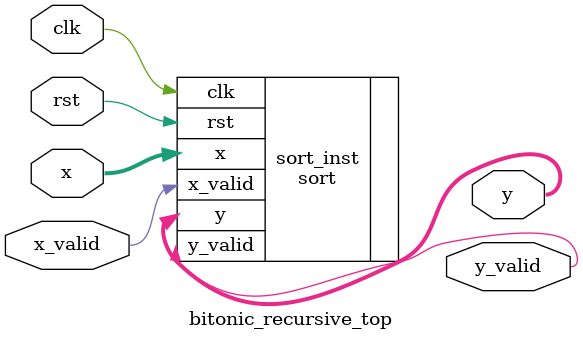
<source format=v>
`timescale 1ns / 1ns
module bitonic_recursive_top #
(
    parameter LOG_INPUT = 5,
    parameter DATA_WIDTH = 8,
    parameter ASCENDING = 1

)
(
    input clk, rst, x_valid,
    input [DATA_WIDTH*(2**LOG_INPUT)-1 : 0] x,
    output [DATA_WIDTH*(2**LOG_INPUT)-1 : 0] y,
    output y_valid
);

sort # 
(
    .LOG_INPUT(LOG_INPUT),
    .DATA_WIDTH(DATA_WIDTH),
    .ASCENDING(ASCENDING)
)
sort_inst
(
    .clk(clk),
    .rst(rst),
    .x_valid(x_valid),
    .x(x),
   
    .y(y),
    
    .y_valid(y_valid)
);


endmodule


</source>
